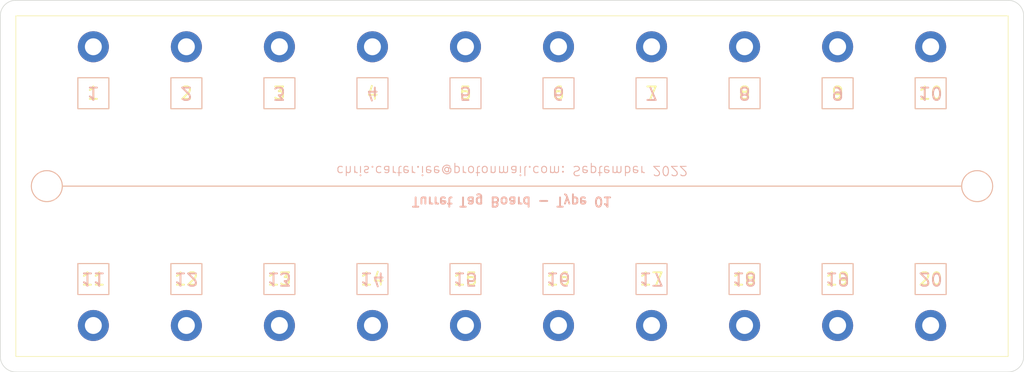
<source format=kicad_pcb>
(kicad_pcb (version 20211014) (generator pcbnew)
  (layers (0 "F.Cu" signal) (31 "B.Cu" signal) (34 "B.Paste" user) (35 "F.Paste" user) (36 "B.SilkS" user "B.Silkscreen") (37 "F.SilkS" user "F.Silkscreen") (38 "B.Mask" user) (39 "F.Mask" user) (44 "Edge.Cuts" user))
  (net 0 "")
  (footprint "CJC_Footprint_Library:Turret_terminal_Harwin_H2071ZS1" (layer "F.Cu") (at 120 97.5)
    (fp_text reference "REF**" hide)
    (fp_text value "Turret_terminal_Harwin_H2071ZS1" hide)
    (pad "" np_thru_hole circle (at 0 0) (size 5 5) (drill 2.73) (layers F&B.Cu *.Mask))
  )
  (footprint "CJC_Footprint_Library:Turret_terminal_Harwin_H2071ZS1" (layer "F.Cu") (at 135 97.5)
    (fp_text reference "REF**" hide)
    (fp_text value "Turret_terminal_Harwin_H2071ZS1" hide)
    (pad "" np_thru_hole circle (at 0 0) (size 5 5) (drill 2.73) (layers F&B.Cu *.Mask))
  )
  (footprint "CJC_Footprint_Library:Turret_terminal_Harwin_H2071ZS1" (layer "F.Cu") (at 195 52.5)
    (fp_text reference "REF**" hide)
    (fp_text value "Turret_terminal_Harwin_H2071ZS1" hide)
    (pad "" np_thru_hole circle (at 0 0) (size 5 5) (drill 2.73) (layers F&B.Cu *.Mask))
  )
  (footprint "CJC_Footprint_Library:Turret_terminal_Harwin_H2071ZS1" (layer "F.Cu") (at 165 52.5)
    (fp_text reference "REF**" hide)
    (fp_text value "Turret_terminal_Harwin_H2071ZS1" hide)
    (pad "" np_thru_hole circle (at 0 0) (size 5 5) (drill 2.73) (layers F&B.Cu *.Mask))
  )
  (footprint "CJC_Footprint_Library:Turret_terminal_Harwin_H2071ZS1" (layer "F.Cu") (at 120 52.5)
    (fp_text reference "REF**" hide)
    (fp_text value "Turret_terminal_Harwin_H2071ZS1" hide)
    (pad "" np_thru_hole circle (at 0 0) (size 5 5) (drill 2.73) (layers F&B.Cu *.Mask))
  )
  (footprint "MountingHole:MountingHole_2.2mm_M2_DIN965" (layer "F.Cu") (at 52.5 75)
    (fp_text reference "REF**" hide)
    (fp_text value "MountingHole_2.2mm_M2_DIN965" hide)
    (pad "" np_thru_hole circle (at 0 0) (size 2.2 2.2) (drill 2.2) (layers *.Cu *.Mask))
  )
  (footprint "CJC_Footprint_Library:Turret_terminal_Harwin_H2071ZS1" (layer "F.Cu") (at 90 52.5)
    (fp_text reference "REF**" hide)
    (fp_text value "Turret_terminal_Harwin_H2071ZS1" hide)
    (pad "" np_thru_hole circle (at 0 0) (size 5 5) (drill 2.73) (layers F&B.Cu *.Mask))
  )
  (footprint "CJC_Footprint_Library:Turret_terminal_Harwin_H2071ZS1" (layer "F.Cu") (at 150 97.5)
    (fp_text reference "REF**" hide)
    (fp_text value "Turret_terminal_Harwin_H2071ZS1" hide)
    (pad "" np_thru_hole circle (at 0 0) (size 5 5) (drill 2.73) (layers F&B.Cu *.Mask))
  )
  (footprint "CJC_Footprint_Library:Turret_terminal_Harwin_H2071ZS1" (layer "F.Cu") (at 150 52.5)
    (fp_text reference "REF**" hide)
    (fp_text value "Turret_terminal_Harwin_H2071ZS1" hide)
    (pad "" np_thru_hole circle (at 0 0) (size 5 5) (drill 2.73) (layers F&B.Cu *.Mask))
  )
  (footprint "CJC_Footprint_Library:Turret_terminal_Harwin_H2071ZS1" (layer "F.Cu") (at 180 52.5)
    (fp_text reference "REF**" hide)
    (fp_text value "Turret_terminal_Harwin_H2071ZS1" hide)
    (pad "" np_thru_hole circle (at 0 0) (size 5 5) (drill 2.73) (layers F&B.Cu *.Mask))
  )
  (footprint "MountingHole:MountingHole_2.2mm_M2_DIN965" (layer "F.Cu") (at 202.5 75)
    (fp_text reference "REF**" hide)
    (fp_text value "MountingHole_2.2mm_M2_DIN965" hide)
    (pad "" np_thru_hole circle (at 0 0) (size 2.2 2.2) (drill 2.2) (layers *.Cu *.Mask))
  )
  (footprint "CJC_Footprint_Library:Turret_terminal_Harwin_H2071ZS1" (layer "F.Cu") (at 105 97.5)
    (fp_text reference "REF**" hide)
    (fp_text value "Turret_terminal_Harwin_H2071ZS1" hide)
    (pad "" np_thru_hole circle (at 0 0) (size 5 5) (drill 2.73) (layers F&B.Cu *.Mask))
  )
  (footprint "CJC_Footprint_Library:Turret_terminal_Harwin_H2071ZS1" (layer "F.Cu") (at 135 52.5)
    (fp_text reference "REF**" hide)
    (fp_text value "Turret_terminal_Harwin_H2071ZS1" hide)
    (pad "" np_thru_hole circle (at 0 0) (size 5 5) (drill 2.73) (layers F&B.Cu *.Mask))
  )
  (footprint "CJC_Footprint_Library:Turret_terminal_Harwin_H2071ZS1" (layer "F.Cu") (at 75 52.5)
    (fp_text reference "REF**" hide)
    (fp_text value "Turret_terminal_Harwin_H2071ZS1" hide)
    (pad "" np_thru_hole circle (at 0 0) (size 5 5) (drill 2.73) (layers F&B.Cu *.Mask))
  )
  (footprint "CJC_Footprint_Library:Turret_terminal_Harwin_H2071ZS1" (layer "F.Cu") (at 105 52.5)
    (fp_text reference "REF**" hide)
    (fp_text value "Turret_terminal_Harwin_H2071ZS1" hide)
    (pad "" np_thru_hole circle (at 0 0) (size 5 5) (drill 2.73) (layers F&B.Cu *.Mask))
  )
  (footprint "CJC_Footprint_Library:Turret_terminal_Harwin_H2071ZS1" (layer "F.Cu") (at 60 52.5)
    (fp_text reference "REF**" hide)
    (fp_text value "Turret_terminal_Harwin_H2071ZS1" hide)
    (pad "" np_thru_hole circle (at 0 0) (size 5 5) (drill 2.73) (layers F&B.Cu *.Mask))
  )
  (footprint "CJC_Footprint_Library:Turret_terminal_Harwin_H2071ZS1" (layer "F.Cu") (at 90 97.5)
    (fp_text reference "REF**" hide)
    (fp_text value "Turret_terminal_Harwin_H2071ZS1" hide)
    (pad "" np_thru_hole circle (at 0 0) (size 5 5) (drill 2.73) (layers F&B.Cu *.Mask))
  )
  (footprint "CJC_Footprint_Library:Turret_terminal_Harwin_H2071ZS1" (layer "F.Cu") (at 75 97.5)
    (fp_text reference "REF**" hide)
    (fp_text value "Turret_terminal_Harwin_H2071ZS1" hide)
    (pad "" np_thru_hole circle (at 0 0) (size 5 5) (drill 2.73) (layers F&B.Cu *.Mask))
  )
  (footprint "CJC_Footprint_Library:Turret_terminal_Harwin_H2071ZS1" (layer "F.Cu") (at 165 97.5)
    (fp_text reference "REF**" hide)
    (fp_text value "Turret_terminal_Harwin_H2071ZS1" hide)
    (pad "" np_thru_hole circle (at 0 0) (size 5 5) (drill 2.73) (layers F&B.Cu *.Mask))
  )
  (footprint "CJC_Footprint_Library:Turret_terminal_Harwin_H2071ZS1" (layer "F.Cu") (at 60 97.5)
    (fp_text reference "REF**" hide)
    (fp_text value "Turret_terminal_Harwin_H2071ZS1" hide)
    (pad "" np_thru_hole circle (at 0 0) (size 5 5) (drill 2.73) (layers F&B.Cu *.Mask))
  )
  (footprint "CJC_Footprint_Library:Turret_terminal_Harwin_H2071ZS1" (layer "F.Cu") (at 180 97.5)
    (fp_text reference "REF**" hide)
    (fp_text value "Turret_terminal_Harwin_H2071ZS1" hide)
    (pad "" np_thru_hole circle (at 0 0) (size 5 5) (drill 2.73) (layers F&B.Cu *.Mask))
  )
  (footprint "CJC_Footprint_Library:Turret_terminal_Harwin_H2071ZS1" (layer "F.Cu") (at 195 97.5)
    (fp_text reference "REF**" hide)
    (fp_text value "Turret_terminal_Harwin_H2071ZS1" hide)
    (pad "" np_thru_hole circle (at 0 0) (size 5 5) (drill 2.73) (layers F&B.Cu *.Mask))
  )
  (gr_rect (start 72.5 62.5) (end 77.5 57.5) (layer "B.SilkS") (width 0.15) (fill none))
  (gr_rect (start 87.5 62.5) (end 92.5 57.5) (layer "B.SilkS") (width 0.15) (fill none))
  (gr_circle (center 52.5 75) (end 55 75) (layer "B.SilkS") (width 0.15) (fill none))
  (gr_rect (start 57.5 62.5) (end 62.5 57.5) (layer "B.SilkS") (width 0.15) (fill none))
  (gr_rect (start 162.5 62.5) (end 167.5 57.5) (layer "B.SilkS") (width 0.15) (fill none))
  (gr_rect (start 132.5 62.5) (end 137.5 57.5) (layer "B.SilkS") (width 0.15) (fill none))
  (gr_rect (start 102.5 62.5) (end 107.5 57.5) (layer "B.SilkS") (width 0.15) (fill none))
  (gr_rect (start 117.5 62.5) (end 122.5 57.5) (layer "B.SilkS") (width 0.15) (fill none))
  (gr_rect (start 72.5 92.5) (end 77.5 87.5) (layer "B.SilkS") (width 0.15) (fill none))
  (gr_rect (start 162.5 92.5) (end 167.5 87.5) (layer "B.SilkS") (width 0.15) (fill none))
  (gr_rect (start 192.5 92.5) (end 197.5 87.5) (layer "B.SilkS") (width 0.15) (fill none))
  (gr_rect (start 117.5 92.5) (end 122.5 87.5) (layer "B.SilkS") (width 0.15) (fill none))
  (gr_line (start 55 75) (end 200 75) (layer "B.SilkS") (width 0.15))
  (gr_rect (start 102.5 92.5) (end 107.5 87.5) (layer "B.SilkS") (width 0.15) (fill none))
  (gr_rect (start 177.5 62.5) (end 182.5 57.5) (layer "B.SilkS") (width 0.15) (fill none))
  (gr_rect (start 147.5 92.5) (end 152.5 87.5) (layer "B.SilkS") (width 0.15) (fill none))
  (gr_rect (start 87.5 92.5) (end 92.5 87.5) (layer "B.SilkS") (width 0.15) (fill none))
  (gr_rect (start 57.5 92.5) (end 62.5 87.5) (layer "B.SilkS") (width 0.15) (fill none))
  (gr_rect (start 132.5 92.5) (end 137.5 87.5) (layer "B.SilkS") (width 0.15) (fill none))
  (gr_circle (center 202.5 75) (end 205 75) (layer "B.SilkS") (width 0.15) (fill none))
  (gr_rect (start 147.5 62.5) (end 152.5 57.5) (layer "B.SilkS") (width 0.15) (fill none))
  (gr_rect (start 177.5 92.5) (end 182.5 87.5) (layer "B.SilkS") (width 0.15) (fill none))
  (gr_rect (start 192.5 62.5) (end 197.5 57.5) (layer "B.SilkS") (width 0.15) (fill none))
  (gr_rect (start 47.5 47.5) (end 207.5 102.5) (layer "F.SilkS") (width 0.1) (fill none))
  (gr_rect (start 197.5 62.5) (end 192.5 57.5) (layer "F.SilkS") (width 0.15) (fill none))
  (gr_rect (start 182.5 92.5) (end 177.5 87.5) (layer "F.SilkS") (width 0.15) (fill none))
  (gr_rect (start 167.5 92.5) (end 162.5 87.5) (layer "F.SilkS") (width 0.15) (fill none))
  (gr_rect (start 107.5 62.5) (end 102.5 57.5) (layer "F.SilkS") (width 0.15) (fill none))
  (gr_line (start 55 75) (end 200 75) (layer "F.SilkS") (width 0.15))
  (gr_rect (start 137.5 92.5) (end 132.5 87.5) (layer "F.SilkS") (width 0.15) (fill none))
  (gr_rect (start 152.5 62.5) (end 147.5 57.5) (layer "F.SilkS") (width 0.15) (fill none))
  (gr_rect (start 122.5 92.5) (end 117.5 87.5) (layer "F.SilkS") (width 0.15) (fill none))
  (gr_rect (start 107.5 92.5) (end 102.5 87.5) (layer "F.SilkS") (width 0.15) (fill none))
  (gr_rect (start 77.5 62.5) (end 72.5 57.5) (layer "F.SilkS") (width 0.15) (fill none))
  (gr_rect (start 62.5 92.5) (end 57.5 87.5) (layer "F.SilkS") (width 0.15) (fill none))
  (gr_rect (start 92.5 62.5) (end 87.5 57.5) (layer "F.SilkS") (width 0.15) (fill none))
  (gr_rect (start 182.5 62.5) (end 177.5 57.5) (layer "F.SilkS") (width 0.15) (fill none))
  (gr_rect (start 197.5 92.5) (end 192.5 87.5) (layer "F.SilkS") (width 0.15) (fill none))
  (gr_rect (start 122.5 62.5) (end 117.5 57.5) (layer "F.SilkS") (width 0.15) (fill none))
  (gr_rect (start 62.5 62.5) (end 57.5 57.5) (layer "F.SilkS") (width 0.15) (fill none))
  (gr_rect (start 167.5 62.5) (end 162.5 57.5) (layer "F.SilkS") (width 0.15) (fill none))
  (gr_circle (center 202.5 75) (end 200 75) (layer "F.SilkS") (width 0.15) (fill none))
  (gr_rect (start 77.5 92.5) (end 72.5 87.5) (layer "F.SilkS") (width 0.15) (fill none))
  (gr_circle (center 52.5 75) (end 50 75) (layer "F.SilkS") (width 0.15) (fill none))
  (gr_rect (start 152.5 92.5) (end 147.5 87.5) (layer "F.SilkS") (width 0.15) (fill none))
  (gr_rect (start 137.5 62.5) (end 132.5 57.5) (layer "F.SilkS") (width 0.15) (fill none))
  (gr_rect (start 92.5 92.5) (end 87.5 87.5) (layer "F.SilkS") (width 0.15) (fill none))
  (gr_arc (start 45 47.5) (mid 45.732233 45.732233) (end 47.5 45) (layer "Edge.Cuts") (width 0.1))
  (gr_arc (start 47.5 105) (mid 45.732233 104.267767) (end 45 102.5) (layer "Edge.Cuts") (width 0.1))
  (gr_line (start 207.5 45) (end 47.5 45) (layer "Edge.Cuts") (width 0.1))
  (gr_line (start 47.5 105) (end 207.5 105) (layer "Edge.Cuts") (width 0.1))
  (gr_line (start 45 47.5) (end 45 102.5) (layer "Edge.Cuts") (width 0.1))
  (gr_arc (start 207.5 45) (mid 209.267767 45.732233) (end 210 47.5) (layer "Edge.Cuts") (width 0.1))
  (gr_arc (start 210 102.5) (mid 209.267767 104.267767) (end 207.5 105) (layer "Edge.Cuts") (width 0.1))
  (gr_line (start 210 102.5) (end 210 47.5) (layer "Edge.Cuts") (width 0.1))
  (gr_text "10" (at 195 60 180) (layer "B.SilkS") (effects (font (size 2 2) (thickness 0.3)) (justify mirror)))
  (gr_text "8" (at 165 60 180) (layer "B.SilkS") (effects (font (size 2 2) (thickness 0.3)) (justify mirror)))
  (gr_text "13" (at 90 90 180) (layer "B.SilkS") (effects (font (size 2 2) (thickness 0.3)) (justify mirror)))
  (gr_text "9" (at 180 60 180) (layer "B.SilkS") (effects (font (size 2 2) (thickness 0.3)) (justify mirror)))
  (gr_text "4" (at 105 60 180) (layer "B.SilkS") (effects (font (size 2 2) (thickness 0.3)) (justify mirror)))
  (gr_text "11" (at 60 90 180) (layer "B.SilkS") (effects (font (size 2 2) (thickness 0.3)) (justify mirror)))
  (gr_text "14" (at 105 90 180) (layer "B.SilkS") (effects (font (size 2 2) (thickness 0.3)) (justify mirror)))
  (gr_text "1" (at 60 60 180) (layer "B.SilkS") (effects (font (size 2 2) (thickness 0.3)) (justify mirror)))
  (gr_text "18" (at 165 90 180) (layer "B.SilkS") (effects (font (size 2 2) (thickness 0.3)) (justify mirror)))
  (gr_text "6" (at 135 60 180) (layer "B.SilkS") (effects (font (size 2 2) (thickness 0.3)) (justify mirror)))
  (gr_text "20" (at 195 90 180) (layer "B.SilkS") (effects (font (size 2 2) (thickness 0.3)) (justify mirror)))
  (gr_text "2" (at 75 60 180) (layer "B.SilkS") (effects (font (size 2 2) (thickness 0.3)) (justify mirror)))
  (gr_text "19" (at 180 90 180) (layer "B.SilkS") (effects (font (size 2 2) (thickness 0.3)) (justify mirror)))
  (gr_text "12" (at 75 90 180) (layer "B.SilkS") (effects (font (size 2 2) (thickness 0.3)) (justify mirror)))
  (gr_text "16" (at 135 90 180) (layer "B.SilkS") (effects (font (size 2 2) (thickness 0.3)) (justify mirror)))
  (gr_text "15" (at 120 90 180) (layer "B.SilkS") (effects (font (size 2 2) (thickness 0.3)) (justify mirror)))
  (gr_text "5" (at 120 60 180) (layer "B.SilkS") (effects (font (size 2 2) (thickness 0.3)) (justify mirror)))
  (gr_text "7" (at 150 60 180) (layer "B.SilkS") (effects (font (size 2 2) (thickness 0.3)) (justify mirror)))
  (gr_text "3" (at 90 60 180) (layer "B.SilkS") (effects (font (size 2 2) (thickness 0.3)) (justify mirror)))
  (gr_text "chris.carter.iee@protonmail.com: September 2022" (at 127.5 72.5 180) (layer "B.SilkS") (effects (font (size 1.5 1.5)) (justify mirror)))
  (gr_text "Turret Tag Board - Type 01" (at 127.5 77.5 180) (layer "B.SilkS") (effects (font (size 1.5 1.5) (thickness 0.3)) (justify mirror)))
  (gr_text "17" (at 150 90 180) (layer "B.SilkS") (effects (font (size 2 2) (thickness 0.3)) (justify mirror)))
  (gr_text "17" (at 150 90) (layer "F.SilkS") (effects (font (size 2 2) (thickness 0.3))))
  (gr_text "9" (at 180 60) (layer "F.SilkS") (effects (font (size 2 2) (thickness 0.3))))
  (gr_text "2" (at 75 60) (layer "F.SilkS") (effects (font (size 2 2) (thickness 0.3))))
  (gr_text "6" (at 135 60) (layer "F.SilkS") (effects (font (size 2 2) (thickness 0.3))))
  (gr_text "14" (at 105 90) (layer "F.SilkS") (effects (font (size 2 2) (thickness 0.3))))
  (gr_text "13" (at 90 90) (layer "F.SilkS") (effects (font (size 2 2) (thickness 0.3))))
  (gr_text "18" (at 165 90) (layer "F.SilkS") (effects (font (size 2 2) (thickness 0.3))))
  (gr_text "16" (at 135 90) (layer "F.SilkS") (effects (font (size 2 2) (thickness 0.3))))
  (gr_text "11" (at 60 90) (layer "F.SilkS") (effects (font (size 2 2) (thickness 0.3))))
  (gr_text "3" (at 90 60) (layer "F.SilkS") (effects (font (size 2 2) (thickness 0.3))))
  (gr_text "8" (at 165 60) (layer "F.SilkS") (effects (font (size 2 2) (thickness 0.3))))
  (gr_text "12" (at 75 90) (layer "F.SilkS") (effects (font (size 2 2) (thickness 0.3))))
  (gr_text "7" (at 150 60) (layer "F.SilkS") (effects (font (size 2 2) (thickness 0.3))))
  (gr_text "20" (at 195 90) (layer "F.SilkS") (effects (font (size 2 2) (thickness 0.3))))
  (gr_text "10" (at 195 60) (layer "F.SilkS") (effects (font (size 2 2) (thickness 0.3))))
  (gr_text "15" (at 120 90) (layer "F.SilkS") (effects (font (size 2 2) (thickness 0.3))))
  (gr_text "4" (at 105 60) (layer "F.SilkS") (effects (font (size 2 2) (thickness 0.3))))
  (gr_text "19" (at 180 90) (layer "F.SilkS") (effects (font (size 2 2) (thickness 0.3))))
  (gr_text "5" (at 120 60) (layer "F.SilkS") (effects (font (size 2 2) (thickness 0.3))))
  (gr_text "1" (at 60 60) (layer "F.SilkS") (effects (font (size 2 2) (thickness 0.3))))
)
</source>
